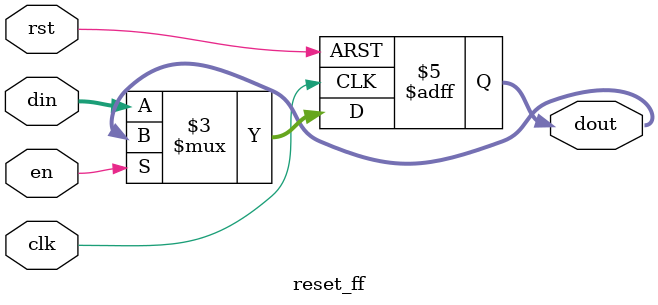
<source format=v>
module reset_ff #(
    parameter DATA_WIDTH=32
    )(
    input clk,rst,en,
    input [DATA_WIDTH-1:0] din,
    output reg [DATA_WIDTH-1:0] dout
);

always @(posedge clk or posedge rst) begin
    if(rst) begin
        dout <= 0;
    end

    else begin
    	// active low enable
    	if(!en)
        	dout <= din;
    end
end

endmodule

</source>
